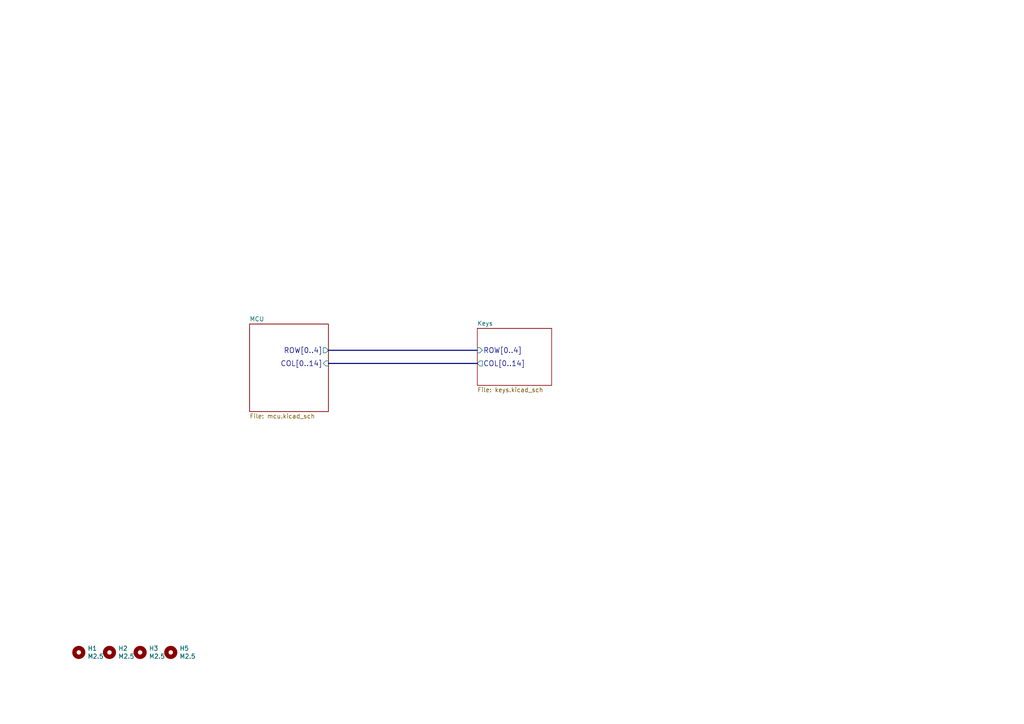
<source format=kicad_sch>
(kicad_sch (version 20231120) (generator "eeschema") (generator_version "8.0")
  (paper "A4")
  (lib_symbols
    (symbol "Mechanical:MountingHole" (pin_names (offset 1.016))
      (property "Reference" "H" (at 0 5.08 0))
      (property "Value" "MountingHole" (at 0 3.175 0))
      (symbol "MountingHole_0_1"
        (circle (center 0 0) (radius 1.27) (stroke (width 1.27)))
      )
    )
  )
  (bus (pts (xy 138.43 101.6) (xy 95.25 101.6)))
  (bus (pts (xy 95.25 105.41) (xy 138.43 105.41)))
  (symbol (lib_id "Mechanical:MountingHole") (at 22.86 189.23 0) (unit 1)
    (property "Reference" "H1" (at 25.4 188.0616 0) (effects (justify left)))
    (property "Value" "M2.5" (at 25.4 190.373 0) (effects (justify left)))
    (property "Footprint" "MountingHole:MountingHole_2.7mm_M2.5_Pad" (effects (hide yes)))
  )
  (symbol (lib_id "Mechanical:MountingHole") (at 31.75 189.23 0) (unit 1)
    (property "Reference" "H2" (at 34.29 188.0616 0) (effects (justify left)))
    (property "Value" "M2.5" (at 34.29 190.373 0) (effects (justify left)))
    (property "Footprint" "MountingHole:MountingHole_2.7mm_M2.5_Pad" (effects (hide yes)))
  )
  (symbol (lib_id "Mechanical:MountingHole") (at 40.64 189.23 0) (unit 1)
    (property "Reference" "H3" (at 43.18 188.0616 0) (effects (justify left)))
    (property "Value" "M2.5" (at 43.18 190.373 0) (effects (justify left)))
    (property "Footprint" "MountingHole:MountingHole_2.7mm_M2.5_Pad" (effects (hide yes)))
  )
  (symbol (lib_id "Mechanical:MountingHole") (at 49.53 189.23 0) (unit 1)
    (property "Reference" "H5" (at 52.07 188.0616 0) (effects (justify left)))
    (property "Value" "M2.5" (at 52.07 190.373 0) (effects (justify left)))
    (property "Footprint" "MountingHole:MountingHole_2.7mm_M2.5_Pad" (effects (hide yes)))
  )
  (sheet (at 72.39 93.98) (size 22.86 25.4)
    (property "Sheetname" "MCU" (at 72.39 93.2684 0) (effects (justify left bottom)))
    (property "Sheetfile" "mcu.kicad_sch" (at 72.39 119.9646 0) (effects (justify left top)))
    (pin "COL[0..14]" input (at 95.25 105.41 0) (effects (font (size 1.4986 1.4986))))
    (pin "ROW[0..4]" output (at 95.25 101.6 0) (effects (font (size 1.4986 1.4986))))
  )
  (sheet (at 138.43 95.25) (size 21.59 16.51)
    (property "Sheetname" "Keys" (at 138.43 94.5384 0) (effects (justify left bottom)))
    (property "Sheetfile" "keys.kicad_sch" (at 138.43 112.3446 0) (effects (justify left top)))
    (pin "ROW[0..4]" input (at 138.43 101.6 180) (effects (font (size 1.4986 1.4986))))
    (pin "COL[0..14]" output (at 138.43 105.41 180) (effects (font (size 1.4986 1.4986))))
  )
)
</source>
